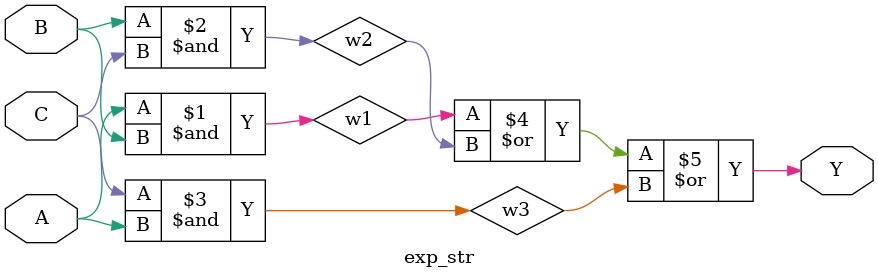
<source format=v>

module exp_str(Y, A, B, C);
input A, B, C; output Y;
wire w1, w2, w3;
and g1(w1, A, B);
and g2(w2, B, C);
and g3(w3, C, A);
or g4(Y, w1, w2, w3);
endmodule
</source>
